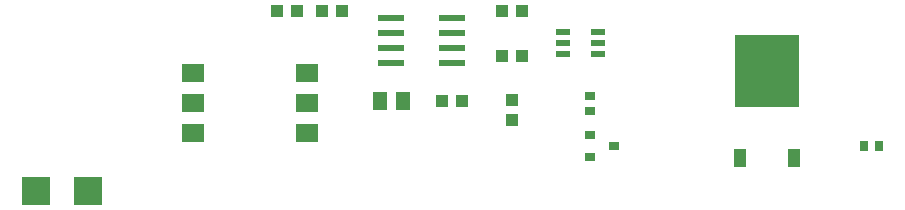
<source format=gtp>
G75*
%MOIN*%
%OFA0B0*%
%FSLAX24Y24*%
%IPPOS*%
%LPD*%
%AMOC8*
5,1,8,0,0,1.08239X$1,22.5*
%
%ADD10R,0.0512X0.0591*%
%ADD11R,0.0740X0.0598*%
%ADD12R,0.0480X0.0244*%
%ADD13R,0.2126X0.2441*%
%ADD14R,0.0394X0.0630*%
%ADD15R,0.0354X0.0315*%
%ADD16R,0.0354X0.0276*%
%ADD17R,0.0276X0.0354*%
%ADD18R,0.0866X0.0236*%
%ADD19R,0.0433X0.0394*%
%ADD20R,0.0394X0.0433*%
%ADD21R,0.0945X0.0945*%
D10*
X022926Y019600D03*
X023674Y019600D03*
D11*
X020469Y019537D03*
X020469Y018537D03*
X020469Y020537D03*
X016690Y020537D03*
X016690Y019537D03*
X016690Y018537D03*
D12*
X029024Y021155D03*
X029024Y021529D03*
X029024Y021903D03*
X030166Y021903D03*
X030166Y021529D03*
X030166Y021155D03*
D13*
X035800Y020584D03*
D14*
X034902Y017710D03*
X036698Y017710D03*
D15*
X030694Y018100D03*
X029906Y017726D03*
X029906Y018474D03*
D16*
X029900Y019244D03*
X029900Y019756D03*
D17*
X039044Y018100D03*
X039556Y018100D03*
D18*
X025324Y020850D03*
X025324Y021350D03*
X025324Y021850D03*
X025324Y022350D03*
X023276Y022350D03*
X023276Y021850D03*
X023276Y021350D03*
X023276Y020850D03*
D19*
X024965Y019600D03*
X025635Y019600D03*
X026965Y021100D03*
X027635Y021100D03*
X027635Y022600D03*
X026965Y022600D03*
X021635Y022600D03*
X020965Y022600D03*
X020135Y022600D03*
X019465Y022600D03*
D20*
X027300Y019635D03*
X027300Y018965D03*
D21*
X011434Y016600D03*
X013166Y016600D03*
M02*

</source>
